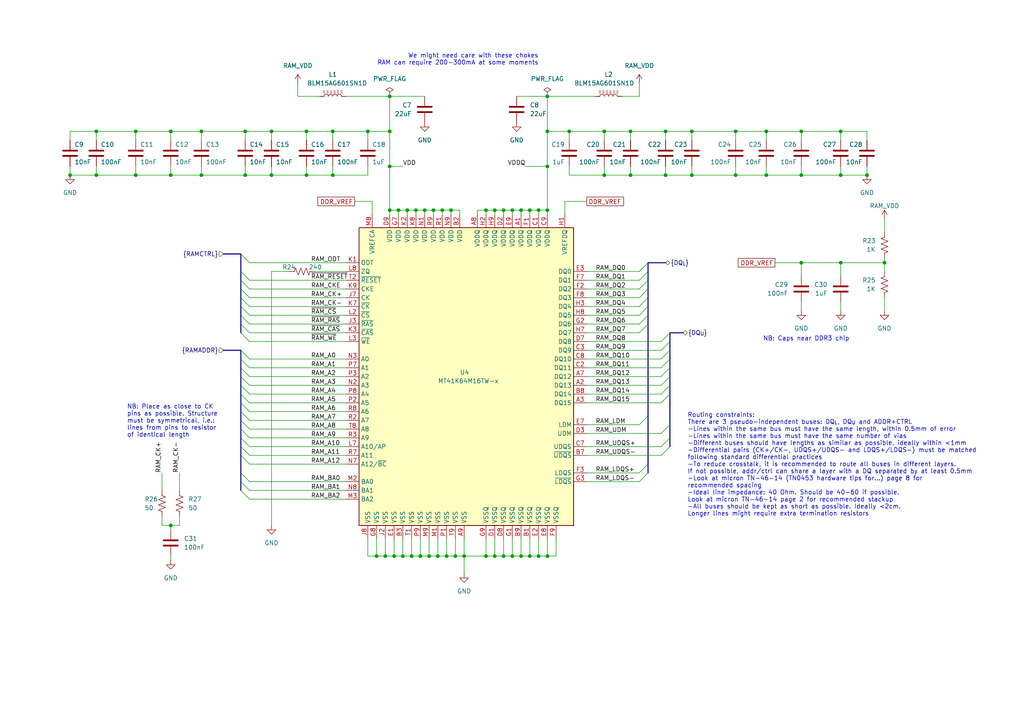
<source format=kicad_sch>
(kicad_sch (version 20211123) (generator eeschema)
  (paper "A4")
  (title_block (title "ECP5U85-BSE-USB Breakout Board") (date "2022-02-02") (rev "B") (company "OEPS & Open Ephys, Inc.") (comment 1 "Jonathan Newman") (comment 2 "Aarón Cuevas López"))
  (lib_symbols
    (symbol "Device:C" (pin_numbers hide) (pin_names (offset 0.254))
      (property "Reference" "C" (at 0.635 2.54 0))
      (property "Value" "C" (at 0.635 -2.54 0))
      (symbol "C_0_1"
        (polyline (pts (xy -2.032 -0.762) (xy 2.032 -0.762)) (stroke (width 0.508)))
        (polyline (pts (xy -2.032 0.762) (xy 2.032 0.762)) (stroke (width 0.508)))
      )
      (symbol "C_1_1"
        (pin passive line (at 0 3.81 270) (length 2.794) (name "~") (number "1"))
        (pin passive line (at 0 -3.81 90) (length 2.794) (name "~") (number "2"))
      )
    )
    (symbol "Device:L_Ferrite" (pin_numbers hide) (pin_names (offset 1.016) hide)
      (property "Reference" "L" (at -1.27 0 90))
      (property "Value" "L_Ferrite" (at 2.794 0 90))
      (symbol "L_Ferrite_0_1"
        (arc (start 0 -2.54) (mid 0.635 -1.905) (end 0 -1.27))
        (arc (start 0 -1.27) (mid 0.635 -0.635) (end 0 0))
        (polyline (pts (xy 1.016 -2.794) (xy 1.016 -2.286)))
        (polyline (pts (xy 1.016 -1.778) (xy 1.016 -1.27)))
        (polyline (pts (xy 1.016 -0.762) (xy 1.016 -0.254)))
        (polyline (pts (xy 1.016 0.254) (xy 1.016 0.762)))
        (polyline (pts (xy 1.016 1.27) (xy 1.016 1.778)))
        (polyline (pts (xy 1.016 2.286) (xy 1.016 2.794)))
        (polyline (pts (xy 1.524 -2.286) (xy 1.524 -2.794)))
        (polyline (pts (xy 1.524 -1.27) (xy 1.524 -1.778)))
        (polyline (pts (xy 1.524 -0.254) (xy 1.524 -0.762)))
        (polyline (pts (xy 1.524 0.762) (xy 1.524 0.254)))
        (polyline (pts (xy 1.524 1.778) (xy 1.524 1.27)))
        (polyline (pts (xy 1.524 2.794) (xy 1.524 2.286)))
        (arc (start 0 0) (mid 0.635 0.635) (end 0 1.27))
        (arc (start 0 1.27) (mid 0.635 1.905) (end 0 2.54))
      )
      (symbol "L_Ferrite_1_1"
        (pin passive line (at 0 3.81 270) (length 1.27) (name "1") (number "1"))
        (pin passive line (at 0 -3.81 90) (length 1.27) (name "2") (number "2"))
      )
    )
    (symbol "Device:R_US" (pin_numbers hide) (pin_names (offset 0))
      (property "Reference" "R" (at 2.54 0 90))
      (property "Value" "R_US" (at -2.54 0 90))
      (symbol "R_US_0_1"
        (polyline (pts (xy 0 -2.286) (xy 0 -2.54)))
        (polyline (pts (xy 0 2.286) (xy 0 2.54)))
        (polyline (pts (xy 0 -0.762) (xy 1.016 -1.143) (xy 0 -1.524) (xy -1.016 -1.905) (xy 0 -2.286)))
        (polyline (pts (xy 0 0.762) (xy 1.016 0.381) (xy 0 0) (xy -1.016 -0.381) (xy 0 -0.762)))
        (polyline (pts (xy 0 2.286) (xy 1.016 1.905) (xy 0 1.524) (xy -1.016 1.143) (xy 0 0.762)))
      )
      (symbol "R_US_1_1"
        (pin passive line (at 0 3.81 270) (length 1.27) (name "~") (number "1"))
        (pin passive line (at 0 -3.81 90) (length 1.27) (name "~") (number "2"))
      )
    )
    (symbol "ecp5u85-bse-usb:RAM_VDD" (power) (pin_names (offset 0))
      (property "Value" "RAM_VDD" (at 0 3.556 0))
      (symbol "RAM_VDD_0_1"
        (polyline (pts (xy -0.762 1.27) (xy 0 2.54)))
        (polyline (pts (xy 0 0) (xy 0 2.54)))
        (polyline (pts (xy 0 2.54) (xy 0.762 1.27)))
      )
      (symbol "RAM_VDD_1_1"
        (pin power_in line (at 0 0 90) (length 0) hide (name "RAM_VDD") (number "1"))
      )
    )
    (symbol "jonnew:MT41K64M16TW-x"
      (property "Reference" "U" (at 0 1.27 0))
      (property "Value" "MT41K64M16TW-x" (at 1.27 -1.27 0))
      (symbol "MT41K64M16TW-x_0_0"
        (pin power_in line (at -5.08 -46.99 90) (length 3.81) (name "VSS") (number "P1"))
        (pin input line (at -34.29 -7.62 0) (length 3.81) (name "A5") (number "P2"))
        (pin input line (at -34.29 0 0) (length 3.81) (name "A2") (number "P3"))
        (pin input line (at -34.29 2.54 0) (length 3.81) (name "A1") (number "P7"))
        (pin input line (at -34.29 -5.08 0) (length 3.81) (name "A4") (number "P8"))
        (pin power_in line (at -12.7 -46.99 90) (length 3.81) (name "VSS") (number "P9"))
        (pin power_in line (at -6.35 46.99 270) (length 3.81) (name "VDD") (number "R1"))
        (pin input line (at -34.29 -12.7 0) (length 3.81) (name "A7") (number "R2"))
        (pin input line (at -34.29 -17.78 0) (length 3.81) (name "A9") (number "R3"))
        (pin input line (at -34.29 -22.86 0) (length 3.81) (name "A11") (number "R7"))
        (pin input line (at -34.29 -10.16 0) (length 3.81) (name "A6") (number "R8"))
        (pin power_in line (at -8.89 46.99 270) (length 3.81) (name "VDD") (number "R9"))
        (pin power_in line (at -15.24 -46.99 90) (length 3.81) (name "VSS") (number "T1"))
        (pin input line (at -34.29 27.94 0) (length 3.81) (name "~{RESET}") (number "T2"))
        (pin no_connect line (at 21.59 -26.67 180) (length 3.81) hide (name "NC") (number "T3"))
        (pin input line (at -34.29 -15.24 0) (length 3.81) (name "A8") (number "T8"))
        (pin power_in line (at -2.54 -46.99 90) (length 3.81) (name "VSS") (number "T9"))
      )
      (symbol "MT41K64M16TW-x_0_1"
        (rectangle (start -30.48 -43.18) (end 31.75 43.18) (stroke (width 0.254)) (fill (type background)))
        (pin power_in line (at 16.51 46.99 270) (length 3.81) (name "VDDQ") (number "A1"))
        (pin bidirectional line (at 35.56 -2.54 180) (length 3.81) (name "DQ13") (number "A2"))
        (pin bidirectional line (at 35.56 -7.62 180) (length 3.81) (name "DQ15") (number "A3"))
        (pin bidirectional line (at 35.56 0 180) (length 3.81) (name "DQ12") (number "A7"))
        (pin power_in line (at 3.81 46.99 270) (length 3.81) (name "VDDQ") (number "A8"))
        (pin power_in line (at 0 -46.99 90) (length 3.81) (name "VSS") (number "A9"))
        (pin power_in line (at 19.05 -46.99 90) (length 3.81) (name "VSSQ") (number "B1"))
        (pin power_in line (at -1.27 46.99 270) (length 3.81) (name "VDD") (number "B2"))
        (pin power_in line (at -17.78 -46.99 90) (length 3.81) (name "VSS") (number "B3"))
        (pin bidirectional line (at 35.56 -22.86 180) (length 3.81) (name "~{UDQS}") (number "B7"))
        (pin bidirectional line (at 35.56 -5.08 180) (length 3.81) (name "DQ14") (number "B8"))
        (pin power_in line (at 16.51 -46.99 90) (length 3.81) (name "VSSQ") (number "B9"))
        (pin power_in line (at 21.59 46.99 270) (length 3.81) (name "VDDQ") (number "C1"))
        (pin bidirectional line (at 35.56 2.54 180) (length 3.81) (name "DQ11") (number "C2"))
        (pin bidirectional line (at 35.56 7.62 180) (length 3.81) (name "DQ9") (number "C3"))
        (pin bidirectional line (at 35.56 -20.32 180) (length 3.81) (name "UDQS") (number "C7"))
        (pin bidirectional line (at 35.56 5.08 180) (length 3.81) (name "DQ10") (number "C8"))
        (pin power_in line (at 24.13 46.99 270) (length 3.81) (name "VDDQ") (number "C9"))
        (pin power_in line (at 8.89 -46.99 90) (length 3.81) (name "VSSQ") (number "D1"))
        (pin power_in line (at 11.43 46.99 270) (length 3.81) (name "VDDQ") (number "D2"))
        (pin input line (at 35.56 -16.51 180) (length 3.81) (name "UDM") (number "D3"))
        (pin bidirectional line (at 35.56 10.16 180) (length 3.81) (name "DQ8") (number "D7"))
        (pin power_in line (at 11.43 -46.99 90) (length 3.81) (name "VSSQ") (number "D8"))
        (pin power_in line (at -21.59 46.99 270) (length 3.81) (name "VDD") (number "D9"))
        (pin power_in line (at -20.32 -46.99 90) (length 3.81) (name "VSS") (number "E1"))
        (pin power_in line (at 21.59 -46.99 90) (length 3.81) (name "VSSQ") (number "E2"))
        (pin bidirectional line (at 35.56 30.48 180) (length 3.81) (name "DQ0") (number "E3"))
        (pin input line (at 35.56 -13.97 180) (length 3.81) (name "LDM") (number "E7"))
        (pin power_in line (at 24.13 -46.99 90) (length 3.81) (name "VSSQ") (number "E8"))
        (pin power_in line (at 13.97 46.99 270) (length 3.81) (name "VDDQ") (number "E9"))
        (pin power_in line (at 19.05 46.99 270) (length 3.81) (name "VDDQ") (number "F1"))
        (pin bidirectional line (at 35.56 25.4 180) (length 3.81) (name "DQ2") (number "F2"))
        (pin bidirectional line (at 35.56 -27.94 180) (length 3.81) (name "LDQS") (number "F3"))
        (pin bidirectional line (at 35.56 27.94 180) (length 3.81) (name "DQ1") (number "F7"))
        (pin bidirectional line (at 35.56 22.86 180) (length 3.81) (name "DQ3") (number "F8"))
        (pin power_in line (at 26.67 -46.99 90) (length 3.81) (name "VSSQ") (number "F9"))
        (pin power_in line (at 13.97 -46.99 90) (length 3.81) (name "VSSQ") (number "G1"))
        (pin bidirectional line (at 35.56 15.24 180) (length 3.81) (name "DQ6") (number "G2"))
        (pin bidirectional line (at 35.56 -30.48 180) (length 3.81) (name "~{LDQS}") (number "G3"))
        (pin power_in line (at -19.05 46.99 270) (length 3.81) (name "VDD") (number "G7"))
        (pin power_in line (at -25.4 -46.99 90) (length 3.81) (name "VSS") (number "G8"))
        (pin power_in line (at 6.35 -46.99 90) (length 3.81) (name "VSSQ") (number "G9"))
        (pin input line (at 29.21 46.99 270) (length 3.81) (name "VREFDQ") (number "H1"))
        (pin power_in line (at 6.35 46.99 270) (length 3.81) (name "VDDQ") (number "H2"))
        (pin bidirectional line (at 35.56 20.32 180) (length 3.81) (name "DQ4") (number "H3"))
        (pin bidirectional line (at 35.56 12.7 180) (length 3.81) (name "DQ7") (number "H7"))
        (pin bidirectional line (at 35.56 17.78 180) (length 3.81) (name "DQ5") (number "H8"))
        (pin power_in line (at 8.89 46.99 270) (length 3.81) (name "VDDQ") (number "H9"))
        (pin no_connect line (at 21.59 -13.97 180) (length 3.81) hide (name "NC") (number "J1"))
        (pin power_in line (at -22.86 -46.99 90) (length 3.81) (name "VSS") (number "J2"))
        (pin input line (at -34.29 15.24 0) (length 3.81) (name "~{RAS}") (number "J3"))
        (pin input line (at -34.29 22.86 0) (length 3.81) (name "CK") (number "J7"))
        (pin power_in line (at -27.94 -46.99 90) (length 3.81) (name "VSS") (number "J8"))
        (pin no_connect line (at 21.59 -16.51 180) (length 3.81) hide (name "NC") (number "J9"))
        (pin input line (at -34.29 33.02 0) (length 3.81) (name "ODT") (number "K1"))
        (pin power_in line (at -16.51 46.99 270) (length 3.81) (name "VDD") (number "K2"))
        (pin input line (at -34.29 12.7 0) (length 3.81) (name "~{CAS}") (number "K3"))
        (pin input line (at -34.29 20.32 0) (length 3.81) (name "~{CK}") (number "K7"))
        (pin power_in line (at -13.97 46.99 270) (length 3.81) (name "VDD") (number "K8"))
        (pin input line (at -34.29 25.4 0) (length 3.81) (name "CKE") (number "K9"))
        (pin no_connect line (at 21.59 -19.05 180) (length 3.81) hide (name "NC") (number "L1"))
        (pin input line (at -34.29 17.78 0) (length 3.81) (name "~{CS}") (number "L2"))
        (pin input line (at -34.29 10.16 0) (length 3.81) (name "~{WE}") (number "L3"))
        (pin input line (at -34.29 -20.32 0) (length 3.81) (name "A10/AP") (number "L7"))
        (pin output line (at -34.29 30.48 0) (length 3.81) (name "ZQ") (number "L8"))
        (pin no_connect line (at 21.59 -21.59 180) (length 3.81) hide (name "NC") (number "L9"))
        (pin power_in line (at -7.62 -46.99 90) (length 3.81) (name "VSS") (number "M1"))
        (pin input line (at -34.29 -30.48 0) (length 3.81) (name "BA0") (number "M2"))
        (pin input line (at -34.29 -35.56 0) (length 3.81) (name "BA2") (number "M3"))
        (pin no_connect line (at 21.59 -24.13 180) (length 3.81) hide (name "NC") (number "M7"))
        (pin input line (at -26.67 46.99 270) (length 3.81) (name "VREFCA") (number "M8"))
        (pin power_in line (at -10.16 -46.99 90) (length 3.81) (name "VSS") (number "M9"))
        (pin power_in line (at -11.43 46.99 270) (length 3.81) (name "VDD") (number "N1"))
        (pin input line (at -34.29 -2.54 0) (length 3.81) (name "A3") (number "N2"))
        (pin input line (at -34.29 5.08 0) (length 3.81) (name "A0") (number "N3"))
        (pin input line (at -34.29 -25.4 0) (length 3.81) (name "A12/~{BC}") (number "N7"))
        (pin input line (at -34.29 -33.02 0) (length 3.81) (name "BA1") (number "N8"))
        (pin power_in line (at -3.81 46.99 270) (length 3.81) (name "VDD") (number "N9"))
        (pin no_connect line (at 21.59 -29.21 180) (length 3.81) hide (name "NC") (number "T7"))
      )
    )
    (symbol "power:GND" (power) (pin_names (offset 0))
      (property "Value" "GND" (at 0 -3.81 0))
      (symbol "GND_0_1"
        (polyline (pts (xy 0 0) (xy 0 -1.27) (xy 1.27 -1.27) (xy 0 -2.54) (xy -1.27 -1.27) (xy 0 -1.27)))
      )
      (symbol "GND_1_1"
        (pin power_in line (at 0 0 270) (length 0) hide (name "GND") (number "1"))
      )
    )
    (symbol "power:PWR_FLAG" (power) (pin_numbers hide) (pin_names (offset 0) hide)
      (property "Value" "PWR_FLAG" (at 0 3.81 0))
      (symbol "PWR_FLAG_0_0"
        (pin power_out line (at 0 0 90) (length 0) (name "pwr") (number "1"))
      )
      (symbol "PWR_FLAG_0_1"
        (polyline (pts (xy 0 0) (xy 0 1.27) (xy -1.016 1.905) (xy 0 2.54) (xy 1.016 1.905) (xy 0 1.27)))
      )
    )
  )
  (bus_alias "DQ_{L}" (members "RAM_DQ0" "RAM_DQ1" "RAM_DQ2" "RAM_DQ3" "RAM_DQ4" "RAM_DQ5" "RAM_DQ6" "RAM_DQ7" "RAM_LDM" "RAM_LDQS+" "RAM_LDQS-"))
  (bus_alias "DQ_{U}" (members "RAM_DQ8" "RAM_DQ9" "RAM_DQ10" "RAM_DQ11" "RAM_DQ12" "RAM_DQ13" "RAM_DQ14" "RAM_DQ15" "RAM_UDM" "RAM_UDQS+" "RAM_UDQS-"))
  (bus_alias "RAMCTRL" (members "RAM_ODT" "RAM_CKE" "RAM_CK+" "RAM_CK-" "~{RAM_RESET}" "~{RAM_CS}" "~{RAM_CAS}" "~{RAM_RAS}" "~{RAM_WE}"))
  (bus_alias "RAMADDR" (members "RAM_A0" "RAM_A1" "RAM_A2" "RAM_A3" "RAM_A4" "RAM_A5" "RAM_A6" "RAM_A7" "RAM_A8" "RAM_A9" "RAM_A10" "RAM_A11" "RAM_A12" "RAM_BA0" "RAM_BA1" "RAM_BA2"))
  (junction (at 158.75 60.96))
  (junction (at 130.81 60.96))
  (junction (at 88.9 38.1))
  (junction (at 156.21 161.29))
  (junction (at 20.32 50.8))
  (junction (at 113.03 48.26))
  (junction (at 251.46 50.8))
  (junction (at 182.88 38.1))
  (junction (at 27.94 50.8))
  (junction (at 125.73 60.96))
  (junction (at 96.52 50.8))
  (junction (at 148.59 161.29))
  (junction (at 165.1 38.1))
  (junction (at 140.97 60.96))
  (junction (at 153.67 60.96))
  (junction (at 158.75 27.94))
  (junction (at 128.27 60.96))
  (junction (at 213.36 38.1))
  (junction (at 256.54 76.2))
  (junction (at 115.57 60.96))
  (junction (at 118.11 60.96))
  (junction (at 96.52 38.1))
  (junction (at 143.51 60.96))
  (junction (at 78.74 38.1))
  (junction (at 134.62 161.29))
  (junction (at 129.54 161.29))
  (junction (at 193.04 38.1))
  (junction (at 123.19 60.96))
  (junction (at 111.76 161.29))
  (junction (at 140.97 161.29))
  (junction (at 222.25 38.1))
  (junction (at 113.03 60.96))
  (junction (at 243.84 50.8))
  (junction (at 182.88 50.8))
  (junction (at 58.42 50.8))
  (junction (at 232.41 50.8))
  (junction (at 200.66 38.1))
  (junction (at 71.12 50.8))
  (junction (at 114.3 161.29))
  (junction (at 146.05 60.96))
  (junction (at 120.65 60.96))
  (junction (at 153.67 161.29))
  (junction (at 116.84 161.29))
  (junction (at 175.26 50.8))
  (junction (at 113.03 27.94))
  (junction (at 158.75 38.1))
  (junction (at 121.92 161.29))
  (junction (at 232.41 38.1))
  (junction (at 39.37 50.8))
  (junction (at 151.13 161.29))
  (junction (at 243.84 38.1))
  (junction (at 213.36 50.8))
  (junction (at 175.26 38.1))
  (junction (at 243.84 76.2))
  (junction (at 109.22 161.29))
  (junction (at 88.9 50.8))
  (junction (at 151.13 60.96))
  (junction (at 49.53 50.8))
  (junction (at 78.74 50.8))
  (junction (at 200.66 50.8))
  (junction (at 127 161.29))
  (junction (at 119.38 161.29))
  (junction (at 146.05 161.29))
  (junction (at 232.41 76.2))
  (junction (at 156.21 60.96))
  (junction (at 58.42 38.1))
  (junction (at 158.75 48.26))
  (junction (at 113.03 38.1))
  (junction (at 132.08 161.29))
  (junction (at 49.53 152.4))
  (junction (at 148.59 60.96))
  (junction (at 193.04 50.8))
  (junction (at 124.46 161.29))
  (junction (at 222.25 50.8))
  (junction (at 143.51 161.29))
  (junction (at 39.37 38.1))
  (junction (at 71.12 38.1))
  (junction (at 158.75 161.29))
  (junction (at 49.53 38.1))
  (junction (at 27.94 38.1))
  (junction (at 106.68 38.1))
  (bus_entry (at 187.96 134.62) (size -2.54 2.54))
  (bus_entry (at 69.85 101.6) (size 2.54 2.54))
  (bus_entry (at 69.85 73.66) (size 2.54 2.54))
  (bus_entry (at 69.85 81.28) (size 2.54 2.54))
  (bus_entry (at 69.85 83.82) (size 2.54 2.54))
  (bus_entry (at 69.85 93.98) (size 2.54 2.54))
  (bus_entry (at 194.31 123.19) (size -2.54 2.54))
  (bus_entry (at 187.96 86.36) (size -2.54 2.54))
  (bus_entry (at 187.96 88.9) (size -2.54 2.54))
  (bus_entry (at 187.96 91.44) (size -2.54 2.54))
  (bus_entry (at 187.96 93.98) (size -2.54 2.54))
  (bus_entry (at 187.96 76.2) (size -2.54 2.54))
  (bus_entry (at 187.96 78.74) (size -2.54 2.54))
  (bus_entry (at 187.96 81.28) (size -2.54 2.54))
  (bus_entry (at 187.96 83.82) (size -2.54 2.54))
  (bus_entry (at 187.96 120.65) (size -2.54 2.54))
  (bus_entry (at 194.31 129.54) (size -2.54 2.54))
  (bus_entry (at 69.85 88.9) (size 2.54 2.54))
  (bus_entry (at 69.85 78.74) (size 2.54 2.54))
  (bus_entry (at 69.85 142.24) (size 2.54 2.54))
  (bus_entry (at 69.85 137.16) (size 2.54 2.54))
  (bus_entry (at 69.85 139.7) (size 2.54 2.54))
  (bus_entry (at 194.31 101.6) (size -2.54 2.54))
  (bus_entry (at 194.31 104.14) (size -2.54 2.54))
  (bus_entry (at 194.31 106.68) (size -2.54 2.54))
  (bus_entry (at 194.31 109.22) (size -2.54 2.54))
  (bus_entry (at 194.31 111.76) (size -2.54 2.54))
  (bus_entry (at 194.31 114.3) (size -2.54 2.54))
  (bus_entry (at 194.31 99.06) (size -2.54 2.54))
  (bus_entry (at 69.85 91.44) (size 2.54 2.54))
  (bus_entry (at 194.31 96.52) (size -2.54 2.54))
  (bus_entry (at 69.85 86.36) (size 2.54 2.54))
  (bus_entry (at 69.85 96.52) (size 2.54 2.54))
  (bus_entry (at 187.96 137.16) (size -2.54 2.54))
  (bus_entry (at 69.85 104.14) (size 2.54 2.54))
  (bus_entry (at 69.85 106.68) (size 2.54 2.54))
  (bus_entry (at 69.85 109.22) (size 2.54 2.54))
  (bus_entry (at 69.85 111.76) (size 2.54 2.54))
  (bus_entry (at 69.85 114.3) (size 2.54 2.54))
  (bus_entry (at 69.85 116.84) (size 2.54 2.54))
  (bus_entry (at 69.85 119.38) (size 2.54 2.54))
  (bus_entry (at 69.85 121.92) (size 2.54 2.54))
  (bus_entry (at 69.85 124.46) (size 2.54 2.54))
  (bus_entry (at 69.85 127) (size 2.54 2.54))
  (bus_entry (at 69.85 129.54) (size 2.54 2.54))
  (bus_entry (at 69.85 132.08) (size 2.54 2.54))
  (bus_entry (at 194.31 127) (size -2.54 2.54))
  (bus (pts (xy 64.77 73.66) (xy 69.85 73.66)))
  (bus (pts (xy 194.31 123.19) (xy 194.31 114.3)))
  (bus (pts (xy 187.96 76.2) (xy 193.04 76.2)))
  (wire (pts (xy 111.76 156.21) (xy 111.76 161.29)))
  (wire (pts (xy 232.41 38.1) (xy 222.25 38.1)))
  (wire (pts (xy 72.39 91.44) (xy 100.33 91.44)))
  (wire (pts (xy 125.73 60.96) (xy 125.73 62.23)))
  (bus (pts (xy 194.31 104.14) (xy 194.31 101.6)))
  (wire (pts (xy 72.39 88.9) (xy 100.33 88.9)))
  (wire (pts (xy 39.37 48.26) (xy 39.37 50.8)))
  (wire (pts (xy 222.25 38.1) (xy 222.25 40.64)))
  (bus (pts (xy 69.85 121.92) (xy 69.85 119.38)))
  (wire (pts (xy 134.62 161.29) (xy 140.97 161.29)))
  (bus (pts (xy 194.31 129.54) (xy 194.31 127)))
  (wire (pts (xy 165.1 38.1) (xy 165.1 40.64)))
  (wire (pts (xy 109.22 156.21) (xy 109.22 161.29)))
  (wire (pts (xy 128.27 62.23) (xy 128.27 60.96)))
  (wire (pts (xy 156.21 156.21) (xy 156.21 161.29)))
  (wire (pts (xy 158.75 38.1) (xy 165.1 38.1)))
  (wire (pts (xy 158.75 27.94) (xy 158.75 38.1)))
  (bus (pts (xy 69.85 106.68) (xy 69.85 104.14)))
  (wire (pts (xy 146.05 156.21) (xy 146.05 161.29)))
  (wire (pts (xy 222.25 50.8) (xy 213.36 50.8)))
  (wire (pts (xy 72.39 139.7) (xy 100.33 139.7)))
  (bus (pts (xy 187.96 78.74) (xy 187.96 76.2)))
  (wire (pts (xy 170.18 123.19) (xy 185.42 123.19)))
  (wire (pts (xy 72.39 142.24) (xy 100.33 142.24)))
  (wire (pts (xy 243.84 76.2) (xy 243.84 80.01)))
  (wire (pts (xy 72.39 129.54) (xy 100.33 129.54)))
  (wire (pts (xy 170.18 93.98) (xy 185.42 93.98)))
  (wire (pts (xy 170.18 96.52) (xy 185.42 96.52)))
  (wire (pts (xy 170.18 129.54) (xy 191.77 129.54)))
  (wire (pts (xy 58.42 38.1) (xy 71.12 38.1)))
  (wire (pts (xy 58.42 48.26) (xy 58.42 50.8)))
  (wire (pts (xy 86.36 24.13) (xy 86.36 27.94)))
  (wire (pts (xy 256.54 76.2) (xy 243.84 76.2)))
  (wire (pts (xy 152.4 48.26) (xy 158.75 48.26)))
  (wire (pts (xy 251.46 40.64) (xy 251.46 38.1)))
  (wire (pts (xy 172.72 27.94) (xy 158.75 27.94)))
  (wire (pts (xy 39.37 38.1) (xy 39.37 40.64)))
  (wire (pts (xy 116.84 161.29) (xy 119.38 161.29)))
  (wire (pts (xy 170.18 106.68) (xy 191.77 106.68)))
  (wire (pts (xy 71.12 50.8) (xy 78.74 50.8)))
  (bus (pts (xy 69.85 93.98) (xy 69.85 91.44)))
  (bus (pts (xy 69.85 88.9) (xy 69.85 86.36)))
  (wire (pts (xy 113.03 48.26) (xy 116.84 48.26)))
  (wire (pts (xy 158.75 156.21) (xy 158.75 161.29)))
  (wire (pts (xy 170.18 83.82) (xy 185.42 83.82)))
  (wire (pts (xy 256.54 74.93) (xy 256.54 76.2)))
  (wire (pts (xy 153.67 62.23) (xy 153.67 60.96)))
  (wire (pts (xy 128.27 60.96) (xy 125.73 60.96)))
  (wire (pts (xy 49.53 38.1) (xy 58.42 38.1)))
  (bus (pts (xy 187.96 86.36) (xy 187.96 83.82)))
  (bus (pts (xy 194.31 109.22) (xy 194.31 106.68)))
  (wire (pts (xy 88.9 50.8) (xy 96.52 50.8)))
  (wire (pts (xy 71.12 48.26) (xy 71.12 50.8)))
  (wire (pts (xy 146.05 62.23) (xy 146.05 60.96)))
  (wire (pts (xy 200.66 48.26) (xy 200.66 50.8)))
  (wire (pts (xy 49.53 48.26) (xy 49.53 50.8)))
  (wire (pts (xy 148.59 161.29) (xy 151.13 161.29)))
  (wire (pts (xy 243.84 76.2) (xy 232.41 76.2)))
  (wire (pts (xy 111.76 161.29) (xy 114.3 161.29)))
  (wire (pts (xy 243.84 38.1) (xy 232.41 38.1)))
  (wire (pts (xy 149.86 27.94) (xy 158.75 27.94)))
  (wire (pts (xy 170.18 132.08) (xy 191.77 132.08)))
  (wire (pts (xy 140.97 60.96) (xy 143.51 60.96)))
  (bus (pts (xy 187.96 137.16) (xy 187.96 134.62)))
  (wire (pts (xy 39.37 50.8) (xy 49.53 50.8)))
  (wire (pts (xy 72.39 93.98) (xy 100.33 93.98)))
  (wire (pts (xy 146.05 60.96) (xy 148.59 60.96)))
  (wire (pts (xy 170.18 125.73) (xy 191.77 125.73)))
  (bus (pts (xy 69.85 132.08) (xy 69.85 129.54)))
  (wire (pts (xy 113.03 48.26) (xy 113.03 60.96)))
  (wire (pts (xy 72.39 86.36) (xy 100.33 86.36)))
  (wire (pts (xy 222.25 38.1) (xy 213.36 38.1)))
  (wire (pts (xy 163.83 58.42) (xy 170.18 58.42)))
  (wire (pts (xy 170.18 104.14) (xy 191.77 104.14)))
  (wire (pts (xy 213.36 48.26) (xy 213.36 50.8)))
  (wire (pts (xy 256.54 86.36) (xy 256.54 90.17)))
  (wire (pts (xy 138.43 62.23) (xy 138.43 60.96)))
  (wire (pts (xy 148.59 62.23) (xy 148.59 60.96)))
  (wire (pts (xy 72.39 114.3) (xy 100.33 114.3)))
  (wire (pts (xy 102.87 58.42) (xy 107.95 58.42)))
  (wire (pts (xy 78.74 50.8) (xy 88.9 50.8)))
  (wire (pts (xy 113.03 38.1) (xy 113.03 48.26)))
  (wire (pts (xy 109.22 161.29) (xy 111.76 161.29)))
  (wire (pts (xy 132.08 161.29) (xy 134.62 161.29)))
  (wire (pts (xy 138.43 60.96) (xy 140.97 60.96)))
  (wire (pts (xy 130.81 62.23) (xy 130.81 60.96)))
  (wire (pts (xy 185.42 27.94) (xy 180.34 27.94)))
  (wire (pts (xy 170.18 137.16) (xy 185.42 137.16)))
  (wire (pts (xy 243.84 87.63) (xy 243.84 90.17)))
  (wire (pts (xy 96.52 38.1) (xy 96.52 40.64)))
  (wire (pts (xy 170.18 91.44) (xy 185.42 91.44)))
  (wire (pts (xy 140.97 62.23) (xy 140.97 60.96)))
  (wire (pts (xy 116.84 156.21) (xy 116.84 161.29)))
  (bus (pts (xy 69.85 86.36) (xy 69.85 83.82)))
  (wire (pts (xy 27.94 50.8) (xy 39.37 50.8)))
  (wire (pts (xy 72.39 83.82) (xy 100.33 83.82)))
  (bus (pts (xy 187.96 88.9) (xy 187.96 86.36)))
  (wire (pts (xy 143.51 62.23) (xy 143.51 60.96)))
  (bus (pts (xy 194.31 127) (xy 194.31 123.19)))
  (wire (pts (xy 143.51 156.21) (xy 143.51 161.29)))
  (wire (pts (xy 158.75 48.26) (xy 158.75 60.96)))
  (bus (pts (xy 187.96 134.62) (xy 187.96 120.65)))
  (wire (pts (xy 256.54 63.5) (xy 256.54 67.31)))
  (bus (pts (xy 69.85 137.16) (xy 69.85 132.08)))
  (wire (pts (xy 170.18 99.06) (xy 191.77 99.06)))
  (wire (pts (xy 170.18 139.7) (xy 185.42 139.7)))
  (wire (pts (xy 251.46 38.1) (xy 243.84 38.1)))
  (wire (pts (xy 71.12 38.1) (xy 78.74 38.1)))
  (wire (pts (xy 118.11 60.96) (xy 115.57 60.96)))
  (wire (pts (xy 72.39 134.62) (xy 100.33 134.62)))
  (wire (pts (xy 170.18 101.6) (xy 191.77 101.6)))
  (wire (pts (xy 133.35 62.23) (xy 133.35 60.96)))
  (wire (pts (xy 182.88 48.26) (xy 182.88 50.8)))
  (wire (pts (xy 113.03 27.94) (xy 123.19 27.94)))
  (wire (pts (xy 123.19 60.96) (xy 125.73 60.96)))
  (wire (pts (xy 114.3 161.29) (xy 116.84 161.29)))
  (wire (pts (xy 20.32 40.64) (xy 20.32 38.1)))
  (wire (pts (xy 118.11 62.23) (xy 118.11 60.96)))
  (wire (pts (xy 156.21 62.23) (xy 156.21 60.96)))
  (wire (pts (xy 182.88 50.8) (xy 175.26 50.8)))
  (wire (pts (xy 113.03 60.96) (xy 113.03 62.23)))
  (wire (pts (xy 72.39 124.46) (xy 100.33 124.46)))
  (bus (pts (xy 187.96 120.65) (xy 187.96 93.98)))
  (wire (pts (xy 193.04 48.26) (xy 193.04 50.8)))
  (wire (pts (xy 165.1 50.8) (xy 165.1 48.26)))
  (wire (pts (xy 72.39 132.08) (xy 100.33 132.08)))
  (bus (pts (xy 69.85 139.7) (xy 69.85 137.16)))
  (wire (pts (xy 49.53 50.8) (xy 58.42 50.8)))
  (wire (pts (xy 106.68 38.1) (xy 106.68 40.64)))
  (wire (pts (xy 49.53 153.67) (xy 49.53 152.4)))
  (wire (pts (xy 106.68 156.21) (xy 106.68 161.29)))
  (wire (pts (xy 20.32 38.1) (xy 27.94 38.1)))
  (bus (pts (xy 69.85 109.22) (xy 69.85 106.68)))
  (wire (pts (xy 71.12 38.1) (xy 71.12 40.64)))
  (wire (pts (xy 200.66 50.8) (xy 193.04 50.8)))
  (wire (pts (xy 58.42 50.8) (xy 71.12 50.8)))
  (wire (pts (xy 175.26 48.26) (xy 175.26 50.8)))
  (wire (pts (xy 243.84 48.26) (xy 243.84 50.8)))
  (wire (pts (xy 156.21 161.29) (xy 158.75 161.29)))
  (wire (pts (xy 46.99 137.16) (xy 46.99 142.24)))
  (wire (pts (xy 106.68 161.29) (xy 109.22 161.29)))
  (wire (pts (xy 158.75 38.1) (xy 158.75 48.26)))
  (wire (pts (xy 120.65 60.96) (xy 118.11 60.96)))
  (wire (pts (xy 72.39 106.68) (xy 100.33 106.68)))
  (wire (pts (xy 153.67 156.21) (xy 153.67 161.29)))
  (wire (pts (xy 140.97 161.29) (xy 143.51 161.29)))
  (wire (pts (xy 124.46 161.29) (xy 127 161.29)))
  (wire (pts (xy 161.29 156.21) (xy 161.29 161.29)))
  (wire (pts (xy 106.68 38.1) (xy 113.03 38.1)))
  (bus (pts (xy 69.85 119.38) (xy 69.85 116.84)))
  (wire (pts (xy 251.46 48.26) (xy 251.46 50.8)))
  (wire (pts (xy 115.57 62.23) (xy 115.57 60.96)))
  (wire (pts (xy 72.39 109.22) (xy 100.33 109.22)))
  (wire (pts (xy 158.75 60.96) (xy 158.75 62.23)))
  (wire (pts (xy 88.9 48.26) (xy 88.9 50.8)))
  (wire (pts (xy 72.39 104.14) (xy 100.33 104.14)))
  (wire (pts (xy 151.13 161.29) (xy 153.67 161.29)))
  (wire (pts (xy 78.74 78.74) (xy 83.82 78.74)))
  (wire (pts (xy 72.39 111.76) (xy 100.33 111.76)))
  (wire (pts (xy 151.13 62.23) (xy 151.13 60.96)))
  (bus (pts (xy 194.31 111.76) (xy 194.31 109.22)))
  (wire (pts (xy 175.26 38.1) (xy 175.26 40.64)))
  (wire (pts (xy 72.39 96.52) (xy 100.33 96.52)))
  (wire (pts (xy 146.05 161.29) (xy 148.59 161.29)))
  (wire (pts (xy 158.75 161.29) (xy 161.29 161.29)))
  (wire (pts (xy 123.19 62.23) (xy 123.19 60.96)))
  (bus (pts (xy 69.85 129.54) (xy 69.85 127)))
  (wire (pts (xy 175.26 38.1) (xy 165.1 38.1)))
  (wire (pts (xy 114.3 156.21) (xy 114.3 161.29)))
  (wire (pts (xy 78.74 48.26) (xy 78.74 50.8)))
  (bus (pts (xy 194.31 114.3) (xy 194.31 111.76)))
  (wire (pts (xy 72.39 99.06) (xy 100.33 99.06)))
  (wire (pts (xy 72.39 81.28) (xy 100.33 81.28)))
  (wire (pts (xy 143.51 60.96) (xy 146.05 60.96)))
  (bus (pts (xy 194.31 106.68) (xy 194.31 104.14)))
  (wire (pts (xy 49.53 152.4) (xy 46.99 152.4)))
  (wire (pts (xy 232.41 87.63) (xy 232.41 90.17)))
  (wire (pts (xy 46.99 152.4) (xy 46.99 149.86)))
  (wire (pts (xy 121.92 161.29) (xy 124.46 161.29)))
  (wire (pts (xy 86.36 27.94) (xy 92.71 27.94)))
  (wire (pts (xy 170.18 116.84) (xy 191.77 116.84)))
  (wire (pts (xy 148.59 60.96) (xy 151.13 60.96)))
  (wire (pts (xy 96.52 38.1) (xy 106.68 38.1)))
  (bus (pts (xy 64.77 101.6) (xy 69.85 101.6)))
  (wire (pts (xy 72.39 116.84) (xy 100.33 116.84)))
  (wire (pts (xy 163.83 62.23) (xy 163.83 58.42)))
  (wire (pts (xy 134.62 161.29) (xy 134.62 166.37)))
  (bus (pts (xy 194.31 99.06) (xy 194.31 96.52)))
  (wire (pts (xy 232.41 76.2) (xy 224.79 76.2)))
  (bus (pts (xy 69.85 124.46) (xy 69.85 121.92)))
  (wire (pts (xy 27.94 38.1) (xy 39.37 38.1)))
  (wire (pts (xy 170.18 78.74) (xy 185.42 78.74)))
  (wire (pts (xy 88.9 38.1) (xy 88.9 40.64)))
  (wire (pts (xy 127 156.21) (xy 127 161.29)))
  (wire (pts (xy 49.53 161.29) (xy 49.53 162.56)))
  (wire (pts (xy 243.84 38.1) (xy 243.84 40.64)))
  (wire (pts (xy 170.18 109.22) (xy 191.77 109.22)))
  (wire (pts (xy 182.88 38.1) (xy 175.26 38.1)))
  (wire (pts (xy 96.52 48.26) (xy 96.52 50.8)))
  (wire (pts (xy 78.74 38.1) (xy 78.74 40.64)))
  (wire (pts (xy 49.53 152.4) (xy 52.07 152.4)))
  (bus (pts (xy 69.85 114.3) (xy 69.85 111.76)))
  (wire (pts (xy 128.27 60.96) (xy 130.81 60.96)))
  (wire (pts (xy 232.41 38.1) (xy 232.41 40.64)))
  (wire (pts (xy 20.32 48.26) (xy 20.32 50.8)))
  (wire (pts (xy 256.54 76.2) (xy 256.54 78.74)))
  (wire (pts (xy 170.18 114.3) (xy 191.77 114.3)))
  (wire (pts (xy 27.94 48.26) (xy 27.94 50.8)))
  (wire (pts (xy 72.39 144.78) (xy 100.33 144.78)))
  (bus (pts (xy 69.85 81.28) (xy 69.85 78.74)))
  (wire (pts (xy 170.18 88.9) (xy 185.42 88.9)))
  (bus (pts (xy 194.31 101.6) (xy 194.31 99.06)))
  (wire (pts (xy 115.57 60.96) (xy 113.03 60.96)))
  (wire (pts (xy 153.67 60.96) (xy 156.21 60.96)))
  (bus (pts (xy 187.96 83.82) (xy 187.96 81.28)))
  (wire (pts (xy 72.39 127) (xy 100.33 127)))
  (wire (pts (xy 170.18 111.76) (xy 191.77 111.76)))
  (wire (pts (xy 148.59 156.21) (xy 148.59 161.29)))
  (wire (pts (xy 170.18 86.36) (xy 185.42 86.36)))
  (wire (pts (xy 213.36 50.8) (xy 200.66 50.8)))
  (wire (pts (xy 20.32 50.8) (xy 27.94 50.8)))
  (wire (pts (xy 175.26 50.8) (xy 165.1 50.8)))
  (wire (pts (xy 130.81 60.96) (xy 133.35 60.96)))
  (wire (pts (xy 127 161.29) (xy 129.54 161.29)))
  (wire (pts (xy 193.04 38.1) (xy 193.04 40.64)))
  (bus (pts (xy 69.85 116.84) (xy 69.85 114.3)))
  (wire (pts (xy 222.25 48.26) (xy 222.25 50.8)))
  (wire (pts (xy 96.52 50.8) (xy 106.68 50.8)))
  (wire (pts (xy 91.44 78.74) (xy 100.33 78.74)))
  (wire (pts (xy 72.39 76.2) (xy 100.33 76.2)))
  (wire (pts (xy 243.84 50.8) (xy 232.41 50.8)))
  (wire (pts (xy 151.13 156.21) (xy 151.13 161.29)))
  (wire (pts (xy 134.62 156.21) (xy 134.62 161.29)))
  (wire (pts (xy 129.54 156.21) (xy 129.54 161.29)))
  (wire (pts (xy 151.13 60.96) (xy 153.67 60.96)))
  (wire (pts (xy 213.36 38.1) (xy 213.36 40.64)))
  (wire (pts (xy 200.66 38.1) (xy 193.04 38.1)))
  (wire (pts (xy 124.46 156.21) (xy 124.46 161.29)))
  (wire (pts (xy 232.41 76.2) (xy 232.41 80.01)))
  (bus (pts (xy 194.31 96.52) (xy 198.12 96.52)))
  (bus (pts (xy 187.96 81.28) (xy 187.96 78.74)))
  (bus (pts (xy 69.85 91.44) (xy 69.85 88.9)))
  (wire (pts (xy 123.19 60.96) (xy 120.65 60.96)))
  (bus (pts (xy 69.85 142.24) (xy 69.85 139.7)))
  (wire (pts (xy 132.08 156.21) (xy 132.08 161.29)))
  (wire (pts (xy 106.68 50.8) (xy 106.68 48.26)))
  (wire (pts (xy 121.92 156.21) (xy 121.92 161.29)))
  (wire (pts (xy 72.39 121.92) (xy 100.33 121.92)))
  (bus (pts (xy 69.85 127) (xy 69.85 124.46)))
  (bus (pts (xy 69.85 104.14) (xy 69.85 101.6)))
  (bus (pts (xy 187.96 91.44) (xy 187.96 88.9)))
  (wire (pts (xy 27.94 38.1) (xy 27.94 40.64)))
  (wire (pts (xy 120.65 62.23) (xy 120.65 60.96)))
  (wire (pts (xy 143.51 161.29) (xy 146.05 161.29)))
  (wire (pts (xy 156.21 60.96) (xy 158.75 60.96)))
  (wire (pts (xy 200.66 38.1) (xy 200.66 40.64)))
  (wire (pts (xy 72.39 119.38) (xy 100.33 119.38)))
  (wire (pts (xy 52.07 137.16) (xy 52.07 142.24)))
  (wire (pts (xy 119.38 161.29) (xy 121.92 161.29)))
  (wire (pts (xy 52.07 152.4) (xy 52.07 149.86)))
  (wire (pts (xy 119.38 156.21) (xy 119.38 161.29)))
  (wire (pts (xy 153.67 161.29) (xy 156.21 161.29)))
  (wire (pts (xy 251.46 50.8) (xy 243.84 50.8)))
  (wire (pts (xy 232.41 48.26) (xy 232.41 50.8)))
  (wire (pts (xy 193.04 50.8) (xy 182.88 50.8)))
  (wire (pts (xy 129.54 161.29) (xy 132.08 161.29)))
  (wire (pts (xy 140.97 156.21) (xy 140.97 161.29)))
  (wire (pts (xy 193.04 38.1) (xy 182.88 38.1)))
  (wire (pts (xy 58.42 38.1) (xy 58.42 40.64)))
  (wire (pts (xy 170.18 81.28) (xy 185.42 81.28)))
  (wire (pts (xy 88.9 38.1) (xy 96.52 38.1)))
  (bus (pts (xy 69.85 83.82) (xy 69.85 81.28)))
  (wire (pts (xy 78.74 38.1) (xy 88.9 38.1)))
  (wire (pts (xy 39.37 38.1) (xy 49.53 38.1)))
  (wire (pts (xy 182.88 38.1) (xy 182.88 40.64)))
  (wire (pts (xy 213.36 38.1) (xy 200.66 38.1)))
  (bus (pts (xy 187.96 93.98) (xy 187.96 91.44)))
  (wire (pts (xy 100.33 27.94) (xy 113.03 27.94)))
  (wire (pts (xy 232.41 50.8) (xy 222.25 50.8)))
  (bus (pts (xy 69.85 78.74) (xy 69.85 73.66)))
  (bus (pts (xy 69.85 96.52) (xy 69.85 93.98)))
  (bus (pts (xy 69.85 111.76) (xy 69.85 109.22)))
  (wire (pts (xy 49.53 38.1) (xy 49.53 40.64)))
  (wire (pts (xy 113.03 27.94) (xy 113.03 38.1)))
  (wire (pts (xy 107.95 62.23) (xy 107.95 58.42)))
  (wire (pts (xy 78.74 152.4) (xy 78.74 78.74)))
  (wire (pts (xy 185.42 24.13) (xy 185.42 27.94)))
  (text "We might need care with these chokes\nRAM can require 200-300mA at some moments" (at 156.21 19.05 0) (effects (font (size 1.27 1.27)) (justify right bottom)))
  (text "NB: Caps near DDR3 chip" (at 246.38 99.06 180) (effects (font (size 1.27 1.27)) (justify right bottom)))
  (text "Routing constraints:\nThere are 3 pseudo-independent buses: DQ_{L}, DQ_{U} and ADDR+CTRL\n-Lines within the same bus must have the same length, within 0.5mm of error\n-Lines within the same bus must have the same number of vias\n-Different buses should have lengths as similar as possible, ideally within <1mm\n-Differential pairs (CK+/CK-, UDQS+/UDQS- and LDQS+/LDQS-) must be matched \nfollowing standard differential practices\n-To reduce crosstalk, it is recommended to route all buses in different layers.\nIf not possible, addr/ctrl can share a layer with a DQ separated by at least 0.5mm\n-Look at micron TN-46-14 (TN0453 hardware tips for...) page 8 for\nrecommended spacing\n-Ideal line impedance: 40 Ohm. Should be 40-60 if possible. \nLook at micron TN-46-14 page 2 for recommended stackup\n-All buses should be kept as short as possible. Ideally <2cm. \nLonger lines might require extra termination resistors" (at 199.39 149.86 0) (effects (font (size 1.27 1.27)) (justify left bottom)))
  (text "NB: Place as close to CK\npins as possible. Structure\nmust be symmetrical, i.e.:\nlines from pins to resistor\nof identical length" (at 36.83 127 0) (effects (font (size 1.27 1.27)) (justify left bottom)))
  (label "RAM_BA2" (at 90.17 144.78 0))
  (label "RAM_DQ7" (at 172.72 96.52 0))
  (label "~{RAM_CAS}" (at 90.17 96.52 0))
  (label "RAM_DQ6" (at 172.72 93.98 0))
  (label "RAM_A3" (at 90.17 111.76 0))
  (label "RAM_A6" (at 90.17 119.38 0))
  (label "VDDQ" (at 152.4 48.26 180))
  (label "~{RAM_WE}" (at 90.17 99.06 0))
  (label "RAM_DQ2" (at 172.72 83.82 0))
  (label "RAM_A7" (at 90.17 121.92 0))
  (label "RAM_UDM" (at 172.72 125.73 0))
  (label "RAM_CK-" (at 90.17 88.9 0))
  (label "RAM_LDM" (at 172.72 123.19 0))
  (label "RAM_CK+" (at 46.99 137.16 90))
  (label "RAM_DQ15" (at 172.72 116.84 0))
  (label "RAM_A11" (at 90.17 132.08 0))
  (label "RAM_DQ0" (at 172.72 78.74 0))
  (label "RAM_CK+" (at 90.17 86.36 0))
  (label "VDD" (at 116.84 48.26 0))
  (label "RAM_A8" (at 90.17 124.46 0))
  (label "RAM_CK-" (at 52.07 137.16 90))
  (label "RAM_DQ3" (at 172.72 86.36 0))
  (label "RAM_A5" (at 90.17 116.84 0))
  (label "RAM_DQ10" (at 172.72 104.14 0))
  (label "RAM_A10" (at 90.17 129.54 0))
  (label "RAM_BA0" (at 90.17 139.7 0))
  (label "RAM_DQ13" (at 172.72 111.76 0))
  (label "RAM_BA1" (at 90.17 142.24 0))
  (label "RAM_DQ5" (at 172.72 91.44 0))
  (label "~{RAM_RAS}" (at 90.17 93.98 0))
  (label "RAM_A12" (at 90.17 134.62 0))
  (label "RAM_A4" (at 90.17 114.3 0))
  (label "RAM_DQ4" (at 172.72 88.9 0))
  (label "RAM_A0" (at 90.17 104.14 0))
  (label "RAM_A9" (at 90.17 127 0))
  (label "~{RAM_CS}" (at 90.17 91.44 0))
  (label "RAM_DQ9" (at 172.72 101.6 0))
  (label "RAM_UDQS-" (at 172.72 132.08 0))
  (label "RAM_CKE" (at 90.17 83.82 0))
  (label "RAM_DQ14" (at 172.72 114.3 0))
  (label "~{RAM_RESET}" (at 90.17 81.28 0))
  (label "RAM_ODT" (at 90.17 76.2 0))
  (label "RAM_LDQS-" (at 172.72 139.7 0))
  (label "RAM_UDQS+" (at 172.72 129.54 0))
  (label "RAM_DQ8" (at 172.72 99.06 0))
  (label "RAM_A2" (at 90.17 109.22 0))
  (label "RAM_DQ12" (at 172.72 109.22 0))
  (label "RAM_DQ1" (at 172.72 81.28 0))
  (label "RAM_DQ11" (at 172.72 106.68 0))
  (label "RAM_A1" (at 90.17 106.68 0))
  (label "RAM_LDQS+" (at 172.72 137.16 0))
  (global_label "DDR_VREF" (shape passive) (at 102.87 58.42 180) (property "Intersheet References" "${INTERSHEET_REFS}" (effects hide)))
  (global_label "DDR_VREF" (shape passive) (at 224.79 76.2 180) (property "Intersheet References" "${INTERSHEET_REFS}" (effects hide)))
  (global_label "DDR_VREF" (shape passive) (at 170.18 58.42 0) (property "Intersheet References" "${INTERSHEET_REFS}" (effects hide)))
  (hierarchical_label "{DQ_{L}}" (shape bidirectional) (at 193.04 76.2 0))
  (hierarchical_label "{RAMCTRL}" (shape input) (at 64.77 73.66 180))
  (hierarchical_label "{RAMADDR}" (shape input) (at 64.77 101.6 180))
  (hierarchical_label "{DQ_{U}}" (shape bidirectional) (at 198.12 96.52 0))
  (symbol (lib_id "Device:C") (at 39.37 44.45 0) (unit 1)
    (property "Reference" "C11" (at 40.64 41.91 0) (effects (justify left)))
    (property "Value" "10nF" (at 40.64 46.99 0) (effects (justify left)))
    (property "Footprint" "Capacitor_SMD:C_0402_1005Metric" (effects hide))
  )
  (symbol (lib_id "Device:R_US") (at 46.99 146.05 0) (unit 1)
    (property "Reference" "R26" (at 41.91 144.78 0) (effects (justify left)))
    (property "Value" "50" (at 41.91 147.32 0) (effects (justify left)))
    (property "Footprint" "Resistor_SMD:R_0402_1005Metric" (effects hide))
  )
  (symbol (lib_id "Device:C") (at 243.84 83.82 0) (mirror y) (unit 1)
    (property "Reference" "C30" (at 240.03 82.5499 0) (effects (justify left)))
    (property "Value" "1uF" (at 240.03 85.0899 0) (effects (justify left)))
    (property "Footprint" "Capacitor_SMD:C_0603_1608Metric" (effects hide))
  )
  (symbol (lib_id "Device:R_US") (at 256.54 82.55 0) (mirror y) (unit 1)
    (property "Reference" "R25" (at 254 81.2799 0) (effects (justify left)))
    (property "Value" "1K" (at 254 83.8199 0) (effects (justify left)))
    (property "Footprint" "Resistor_SMD:R_0402_1005Metric" (effects hide))
  )
  (symbol (lib_id "Device:R_US") (at 256.54 71.12 0) (mirror y) (unit 1)
    (property "Reference" "R23" (at 254 69.8499 0) (effects (justify left)))
    (property "Value" "1K" (at 254 72.3899 0) (effects (justify left)))
    (property "Footprint" "Resistor_SMD:R_0402_1005Metric" (effects hide))
  )
  (symbol (lib_id "jonnew:MT41K64M16TW-x") (at 134.62 109.22 0) (unit 1)
    (property "Reference" "U4" (at 133.35 107.95 0) (effects (justify left)))
    (property "Value" "MT41K64M16TW-x" (at 127 110.49 0) (effects (justify left)))
    (property "Footprint" "jonnew:MICRON_BGA96-10.5x8x1.3" (effects hide))
  )
  (symbol (lib_id "power:GND") (at 49.53 162.56 0) (unit 1)
    (property "Reference" "#PWR047" (effects hide))
    (property "Value" "GND" (at 49.53 167.64 0))
  )
  (symbol (lib_id "ecp5u85-bse-usb:RAM_VDD") (at 86.36 24.13 0) (unit 1)
    (property "Reference" "#PWR036" (effects hide))
    (property "Value" "RAM_VDD" (at 86.36 19.05 0))
  )
  (symbol (lib_id "Device:C") (at 49.53 44.45 0) (unit 1)
    (property "Reference" "C12" (at 50.8 41.91 0) (effects (justify left)))
    (property "Value" "10nF" (at 50.8 46.99 0) (effects (justify left)))
    (property "Footprint" "Capacitor_SMD:C_0402_1005Metric" (effects hide))
  )
  (symbol (lib_id "Device:C") (at 243.84 44.45 0) (mirror y) (unit 1)
    (property "Reference" "C27" (at 242.57 41.91 0) (effects (justify left)))
    (property "Value" "100nF" (at 242.57 46.99 0) (effects (justify left)))
    (property "Footprint" "Capacitor_SMD:C_0402_1005Metric" (effects hide))
  )
  (symbol (lib_id "Device:R_US") (at 52.07 146.05 0) (unit 1)
    (property "Reference" "R27" (at 54.61 144.7799 0) (effects (justify left)))
    (property "Value" "50" (at 54.61 147.3199 0) (effects (justify left)))
    (property "Footprint" "Resistor_SMD:R_0402_1005Metric" (effects hide))
  )
  (symbol (lib_id "Device:L_Ferrite") (at 176.53 27.94 90) (unit 1)
    (property "Reference" "L2" (at 176.53 21.59 90))
    (property "Value" "BLM15AG601SN1D" (at 175.26 24.13 90))
    (property "Footprint" "Inductor_SMD:L_0402_1005Metric" (effects hide))
  )
  (symbol (lib_id "power:GND") (at 149.86 35.56 0) (unit 1)
    (property "Reference" "#PWR039" (effects hide))
    (property "Value" "GND" (at 149.86 40.64 0))
  )
  (symbol (lib_id "Device:C") (at 232.41 83.82 0) (mirror y) (unit 1)
    (property "Reference" "C29" (at 228.6 82.5499 0) (effects (justify left)))
    (property "Value" "100nF" (at 228.6 85.0899 0) (effects (justify left)))
    (property "Footprint" "Capacitor_SMD:C_0402_1005Metric" (effects hide))
  )
  (symbol (lib_id "Device:C") (at 58.42 44.45 0) (unit 1)
    (property "Reference" "C13" (at 59.69 41.91 0) (effects (justify left)))
    (property "Value" "100nF" (at 59.69 46.99 0) (effects (justify left)))
    (property "Footprint" "Capacitor_SMD:C_0402_1005Metric" (effects hide))
  )
  (symbol (lib_id "Device:L_Ferrite") (at 96.52 27.94 90) (unit 1)
    (property "Reference" "L1" (at 96.52 21.59 90))
    (property "Value" "BLM15AG601SN1D" (at 97.79 24.13 90))
    (property "Footprint" "Inductor_SMD:L_0402_1005Metric" (effects hide))
  )
  (symbol (lib_id "power:GND") (at 256.54 90.17 0) (mirror y) (unit 1)
    (property "Reference" "#PWR045" (effects hide))
    (property "Value" "GND" (at 256.54 95.25 0))
  )
  (symbol (lib_id "ecp5u85-bse-usb:RAM_VDD") (at 185.42 24.13 0) (unit 1)
    (property "Reference" "#PWR037" (effects hide))
    (property "Value" "RAM_VDD" (at 185.42 19.05 0))
  )
  (symbol (lib_id "Device:C") (at 27.94 44.45 0) (unit 1)
    (property "Reference" "C10" (at 29.21 41.91 0) (effects (justify left)))
    (property "Value" "100nF" (at 29.21 46.99 0) (effects (justify left)))
    (property "Footprint" "Capacitor_SMD:C_0402_1005Metric" (effects hide))
  )
  (symbol (lib_id "Device:C") (at 182.88 44.45 0) (mirror y) (unit 1)
    (property "Reference" "C21" (at 181.61 41.91 0) (effects (justify left)))
    (property "Value" "10nF" (at 181.61 46.99 0) (effects (justify left)))
    (property "Footprint" "Capacitor_SMD:C_0402_1005Metric" (effects hide))
  )
  (symbol (lib_id "Device:C") (at 88.9 44.45 0) (unit 1)
    (property "Reference" "C16" (at 90.17 41.91 0) (effects (justify left)))
    (property "Value" "10nF" (at 90.17 46.99 0) (effects (justify left)))
    (property "Footprint" "Capacitor_SMD:C_0402_1005Metric" (effects hide))
  )
  (symbol (lib_id "power:GND") (at 243.84 90.17 0) (mirror y) (unit 1)
    (property "Reference" "#PWR044" (effects hide))
    (property "Value" "GND" (at 243.84 95.25 0))
  )
  (symbol (lib_id "power:GND") (at 78.74 152.4 0) (unit 1)
    (property "Reference" "#PWR046" (effects hide))
    (property "Value" "GND" (at 78.74 157.48 0))
  )
  (symbol (lib_id "Device:C") (at 20.32 44.45 0) (unit 1)
    (property "Reference" "C9" (at 21.59 41.91 0) (effects (justify left)))
    (property "Value" "10nF" (at 21.59 46.99 0) (effects (justify left)))
    (property "Footprint" "Capacitor_SMD:C_0402_1005Metric" (effects hide))
  )
  (symbol (lib_id "Device:C") (at 222.25 44.45 0) (mirror y) (unit 1)
    (property "Reference" "C25" (at 220.98 41.91 0) (effects (justify left)))
    (property "Value" "10nF" (at 220.98 46.99 0) (effects (justify left)))
    (property "Footprint" "Capacitor_SMD:C_0402_1005Metric" (effects hide))
  )
  (symbol (lib_id "Device:C") (at 49.53 157.48 0) (unit 1)
    (property "Reference" "C31" (at 53.34 156.2099 0) (effects (justify left)))
    (property "Value" "100nF" (at 53.34 158.7499 0) (effects (justify left)))
    (property "Footprint" "Capacitor_SMD:C_0402_1005Metric" (effects hide))
  )
  (symbol (lib_id "Device:C") (at 123.19 31.75 0) (mirror y) (unit 1)
    (property "Reference" "C7" (at 119.38 30.4799 0) (effects (justify left)))
    (property "Value" "22uF" (at 119.38 33.0199 0) (effects (justify left)))
    (property "Footprint" "Capacitor_SMD:C_1210_3225Metric" (effects hide))
  )
  (symbol (lib_id "Device:C") (at 106.68 44.45 0) (unit 1)
    (property "Reference" "C18" (at 107.95 41.91 0) (effects (justify left)))
    (property "Value" "1uF" (at 107.95 46.99 0) (effects (justify left)))
    (property "Footprint" "Capacitor_SMD:C_0603_1608Metric" (effects hide))
  )
  (symbol (lib_id "power:GND") (at 232.41 90.17 0) (mirror y) (unit 1)
    (property "Reference" "#PWR043" (effects hide))
    (property "Value" "GND" (at 232.41 95.25 0))
  )
  (symbol (lib_id "Device:C") (at 213.36 44.45 0) (mirror y) (unit 1)
    (property "Reference" "C24" (at 212.09 41.91 0) (effects (justify left)))
    (property "Value" "100nF" (at 212.09 46.99 0) (effects (justify left)))
    (property "Footprint" "Capacitor_SMD:C_0402_1005Metric" (effects hide))
  )
  (symbol (lib_id "power:PWR_FLAG") (at 158.75 27.94 0) (unit 1)
    (property "Reference" "#FLG02" (effects hide))
    (property "Value" "PWR_FLAG" (at 158.75 22.86 0))
  )
  (symbol (lib_id "Device:C") (at 251.46 44.45 0) (mirror y) (unit 1)
    (property "Reference" "C28" (at 250.19 41.91 0) (effects (justify left)))
    (property "Value" "10nF" (at 250.19 46.99 0) (effects (justify left)))
    (property "Footprint" "Capacitor_SMD:C_0402_1005Metric" (effects hide))
  )
  (symbol (lib_id "Device:C") (at 149.86 31.75 0) (unit 1)
    (property "Reference" "C8" (at 153.67 30.4799 0) (effects (justify left)))
    (property "Value" "22uF" (at 153.67 33.0199 0) (effects (justify left)))
    (property "Footprint" "Capacitor_SMD:C_1210_3225Metric" (effects hide))
  )
  (symbol (lib_id "Device:C") (at 71.12 44.45 0) (unit 1)
    (property "Reference" "C14" (at 72.39 41.91 0) (effects (justify left)))
    (property "Value" "10nF" (at 72.39 46.99 0) (effects (justify left)))
    (property "Footprint" "Capacitor_SMD:C_0402_1005Metric" (effects hide))
  )
  (symbol (lib_id "Device:R_US") (at 87.63 78.74 90) (unit 1)
    (property "Reference" "R24" (at 83.82 77.47 90))
    (property "Value" "240" (at 91.44 77.47 90))
    (property "Footprint" "Resistor_SMD:R_0402_1005Metric" (effects hide))
  )
  (symbol (lib_id "power:GND") (at 251.46 50.8 0) (unit 1)
    (property "Reference" "#PWR041" (effects hide))
    (property "Value" "GND" (at 251.46 55.88 0))
  )
  (symbol (lib_id "ecp5u85-bse-usb:RAM_VDD") (at 256.54 63.5 0) (mirror y) (unit 1)
    (property "Reference" "#PWR042" (effects hide))
    (property "Value" "RAM_VDD" (at 256.54 59.69 0))
  )
  (symbol (lib_id "power:GND") (at 134.62 166.37 0) (unit 1)
    (property "Reference" "#PWR048" (effects hide))
    (property "Value" "GND" (at 134.62 171.45 0))
  )
  (symbol (lib_id "power:GND") (at 123.19 35.56 0) (unit 1)
    (property "Reference" "#PWR038" (effects hide))
    (property "Value" "GND" (at 123.19 40.64 0))
  )
  (symbol (lib_id "Device:C") (at 232.41 44.45 0) (mirror y) (unit 1)
    (property "Reference" "C26" (at 231.14 41.91 0) (effects (justify left)))
    (property "Value" "10nF" (at 231.14 46.99 0) (effects (justify left)))
    (property "Footprint" "Capacitor_SMD:C_0402_1005Metric" (effects hide))
  )
  (symbol (lib_id "Device:C") (at 193.04 44.45 0) (mirror y) (unit 1)
    (property "Reference" "C22" (at 191.77 41.91 0) (effects (justify left)))
    (property "Value" "100nF" (at 191.77 46.99 0) (effects (justify left)))
    (property "Footprint" "Capacitor_SMD:C_0402_1005Metric" (effects hide))
  )
  (symbol (lib_id "Device:C") (at 96.52 44.45 0) (unit 1)
    (property "Reference" "C17" (at 97.79 41.91 0) (effects (justify left)))
    (property "Value" "100nF" (at 97.79 46.99 0) (effects (justify left)))
    (property "Footprint" "Capacitor_SMD:C_0402_1005Metric" (effects hide))
  )
  (symbol (lib_id "Device:C") (at 78.74 44.45 0) (unit 1)
    (property "Reference" "C15" (at 80.01 41.91 0) (effects (justify left)))
    (property "Value" "10nF" (at 80.01 46.99 0) (effects (justify left)))
    (property "Footprint" "Capacitor_SMD:C_0402_1005Metric" (effects hide))
  )
  (symbol (lib_id "Device:C") (at 165.1 44.45 0) (mirror y) (unit 1)
    (property "Reference" "C19" (at 163.83 41.91 0) (effects (justify left)))
    (property "Value" "1uF" (at 163.83 46.99 0) (effects (justify left)))
    (property "Footprint" "Capacitor_SMD:C_0603_1608Metric" (effects hide))
  )
  (symbol (lib_id "power:PWR_FLAG") (at 113.03 27.94 0) (unit 1)
    (property "Reference" "#FLG01" (effects hide))
    (property "Value" "PWR_FLAG" (at 113.03 22.86 0))
  )
  (symbol (lib_id "power:GND") (at 20.32 50.8 0) (unit 1)
    (property "Reference" "#PWR040" (effects hide))
    (property "Value" "GND" (at 20.32 55.88 0))
  )
  (symbol (lib_id "Device:C") (at 200.66 44.45 0) (mirror y) (unit 1)
    (property "Reference" "C23" (at 199.39 41.91 0) (effects (justify left)))
    (property "Value" "10nF" (at 199.39 46.99 0) (effects (justify left)))
    (property "Footprint" "Capacitor_SMD:C_0402_1005Metric" (effects hide))
  )
  (symbol (lib_id "Device:C") (at 175.26 44.45 0) (mirror y) (unit 1)
    (property "Reference" "C20" (at 173.99 41.91 0) (effects (justify left)))
    (property "Value" "100nF" (at 173.99 46.99 0) (effects (justify left)))
    (property "Footprint" "Capacitor_SMD:C_0402_1005Metric" (effects hide))
  )
)
</source>
